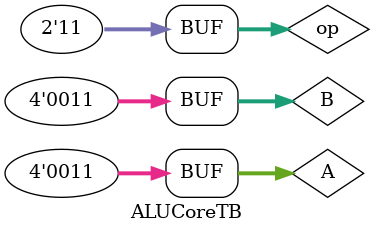
<source format=sv>
`timescale 1ns/1ns


module ALUCoreTB();

logic [3:0] A,B;
logic [1:0]op;
wire overflow,zero;
wire [3:0]s;

ALUCore instant(A,B,op,overflow,zero,s);

initial begin
    
    A = 4'b0011;
    B = 4'b0010;
    op = 2'b01;

    #100
    A = 4'b0010;
    B = 4'b0011;
    op = 2'b10;

    #100
    A = 4'b0110;
    B = 4'b0111;
    op = 2'b00;

    #100
    A = 4'b0011;
    B = 4'b0011;
    op = 2'b01;

    #100
    A = 4'b0011;
    B = 4'b0011;
    op = 2'b11;
end
    
endmodule
</source>
